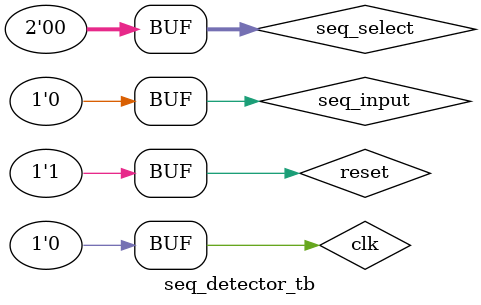
<source format=v>

module seq_detector_tb;
reg seq_input, clk, reset;
reg[0:1] seq_select;
wire seq_detected;
wire [7:0] seq_number;
seq_detector sd(seq_input, clk, seq_select, reset, seq_number, seq_detected);

//for mode 1100

initial
begin
seq_input = 0; clk = 0; reset = 1;
seq_select=2'b00;
end

initial repeat (44) #7 clk = ~clk;
initial repeat (15) #23 seq_input=~seq_input;

initial
begin
#31 reset=1;
#23 reset=0;
end

always @(seq_detected)
if(seq_detected==1) $display("1100","     ","seq_select: mode ",seq_select +1,"     ","seq_number:",seq_number,"     ","time:",$time);



//for mode 1010
/*
initial
begin
seq_input = 0; clk = 0; reset = 1;
seq_select=2'b01;
end

initial repeat (70) #7 clk = ~clk;
initial repeat (40) #20 seq_input=~seq_input;

initial
begin
#31 reset=1;
#23 reset=0;
end

always @(seq_detected)
if(seq_detected==1) $display("1010","     ","seq_select: mode ",seq_select +1,"     ","seq_number:",seq_number,"     ","time:",$time);
*/

//for mode 0110
/*
initial
begin
seq_input = 0; clk = 0; reset = 1;
seq_select=2'b10;
end

initial repeat (44) #14 clk = ~clk;
initial repeat (25) #23 seq_input=~seq_input;

initial
begin
#31 reset=1;
#23 reset=0;
end

always @(seq_detected)
if(seq_detected==1) $display("0110","     ","seq_select: mode ",seq_select +1,"     ","seq_number:",seq_number,"     ","time:",$time);
*/

//for mode 1001
/*
initial
begin
seq_input = 0; clk = 0; reset = 1;
seq_select=2'b11;
end

initial repeat (44) #14 clk = ~clk;
initial repeat (25) #23 seq_input=~seq_input;

initial
begin
#31 reset=1;
#23 reset=0;
end

always @(seq_detected)
if(seq_detected==1) $display("1001","     ","seq_select: mode ",seq_select +1,"     ","seq_number:",seq_number,"     ","time:",$time);
*/



endmodule

</source>
